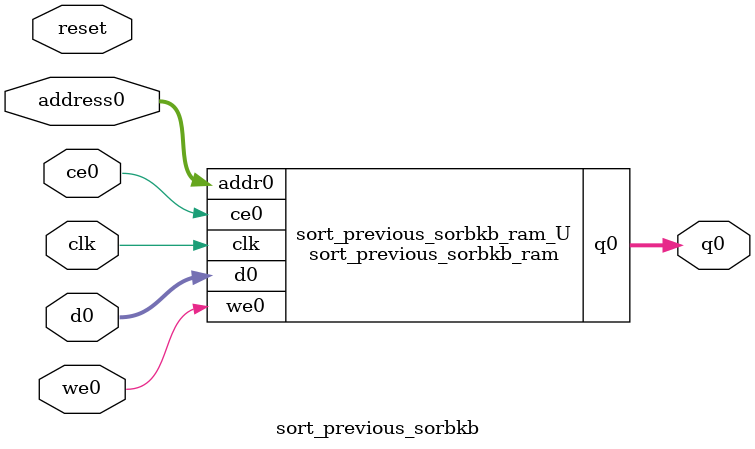
<source format=v>
`timescale 1 ns / 1 ps
module sort_previous_sorbkb_ram (addr0, ce0, d0, we0, q0,  clk);

parameter DWIDTH = 32;
parameter AWIDTH = 8;
parameter MEM_SIZE = 256;

input[AWIDTH-1:0] addr0;
input ce0;
input[DWIDTH-1:0] d0;
input we0;
output reg[DWIDTH-1:0] q0;
input clk;

(* ram_style = "block" *)reg [DWIDTH-1:0] ram[0:MEM_SIZE-1];




always @(posedge clk)  
begin 
    if (ce0) begin
        if (we0) 
            ram[addr0] <= d0; 
        q0 <= ram[addr0];
    end
end


endmodule

`timescale 1 ns / 1 ps
module sort_previous_sorbkb(
    reset,
    clk,
    address0,
    ce0,
    we0,
    d0,
    q0);

parameter DataWidth = 32'd32;
parameter AddressRange = 32'd256;
parameter AddressWidth = 32'd8;
input reset;
input clk;
input[AddressWidth - 1:0] address0;
input ce0;
input we0;
input[DataWidth - 1:0] d0;
output[DataWidth - 1:0] q0;



sort_previous_sorbkb_ram sort_previous_sorbkb_ram_U(
    .clk( clk ),
    .addr0( address0 ),
    .ce0( ce0 ),
    .we0( we0 ),
    .d0( d0 ),
    .q0( q0 ));

endmodule


</source>
